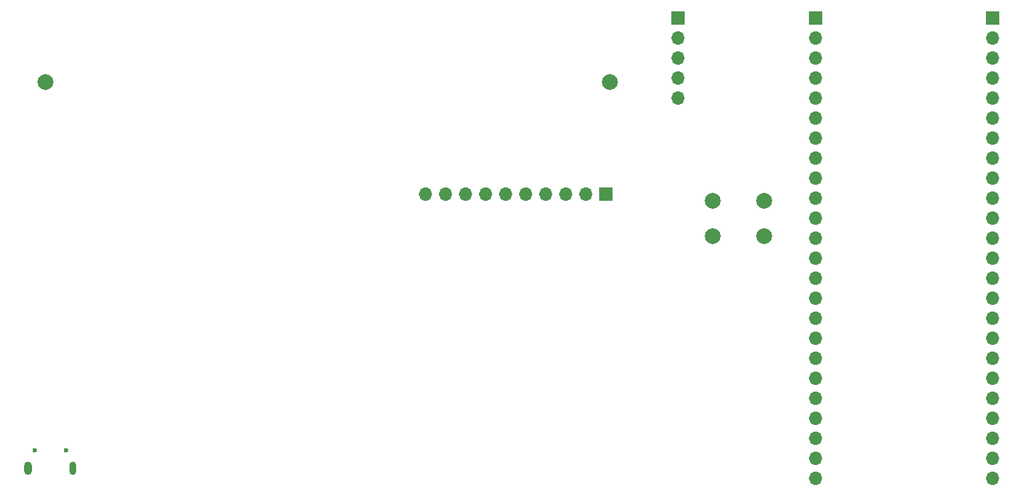
<source format=gbs>
%TF.GenerationSoftware,KiCad,Pcbnew,(7.0.0)*%
%TF.CreationDate,2023-04-04T02:03:31+02:00*%
%TF.ProjectId,main_v0.6,6d61696e-5f76-4302-9e36-2e6b69636164,rev?*%
%TF.SameCoordinates,Original*%
%TF.FileFunction,Soldermask,Bot*%
%TF.FilePolarity,Negative*%
%FSLAX46Y46*%
G04 Gerber Fmt 4.6, Leading zero omitted, Abs format (unit mm)*
G04 Created by KiCad (PCBNEW (7.0.0)) date 2023-04-04 02:03:31*
%MOMM*%
%LPD*%
G01*
G04 APERTURE LIST*
%ADD10R,1.700000X1.700000*%
%ADD11O,1.700000X1.700000*%
%ADD12C,2.000000*%
%ADD13C,0.600000*%
%ADD14O,1.000000X1.700000*%
%ADD15O,0.850000X1.700000*%
G04 APERTURE END LIST*
D10*
%TO.C,J1*%
X173149999Y-40639999D03*
D11*
X173149999Y-43179999D03*
X173149999Y-45719999D03*
X173149999Y-48259999D03*
X173149999Y-50799999D03*
X173149999Y-53339999D03*
X173149999Y-55879999D03*
X173149999Y-58419999D03*
X173149999Y-60959999D03*
X173149999Y-63499999D03*
X173149999Y-66039999D03*
X173149999Y-68579999D03*
X173149999Y-71119999D03*
X173149999Y-73659999D03*
X173149999Y-76199999D03*
X173149999Y-78739999D03*
X173149999Y-81279999D03*
X173149999Y-83819999D03*
X173149999Y-86359999D03*
X173149999Y-88899999D03*
X173149999Y-91439999D03*
X173149999Y-93979999D03*
X173149999Y-96519999D03*
X173149999Y-99059999D03*
%TD*%
D10*
%TO.C,J4*%
X155701999Y-40639999D03*
D11*
X155701999Y-43179999D03*
X155701999Y-45719999D03*
X155701999Y-48259999D03*
X155701999Y-50799999D03*
%TD*%
D10*
%TO.C,J3*%
X146557999Y-62991999D03*
D11*
X144017999Y-62991999D03*
X141477999Y-62991999D03*
X138937999Y-62991999D03*
X136397999Y-62991999D03*
X133857999Y-62991999D03*
X131317999Y-62991999D03*
X128777999Y-62991999D03*
X126237999Y-62991999D03*
X123697999Y-62991999D03*
%TD*%
D10*
%TO.C,J2*%
X195579999Y-40639999D03*
D11*
X195579999Y-43179999D03*
X195579999Y-45719999D03*
X195579999Y-48259999D03*
X195579999Y-50799999D03*
X195579999Y-53339999D03*
X195579999Y-55879999D03*
X195579999Y-58419999D03*
X195579999Y-60959999D03*
X195579999Y-63499999D03*
X195579999Y-66039999D03*
X195579999Y-68579999D03*
X195579999Y-71119999D03*
X195579999Y-73659999D03*
X195579999Y-76199999D03*
X195579999Y-78739999D03*
X195579999Y-81279999D03*
X195579999Y-83819999D03*
X195579999Y-86359999D03*
X195579999Y-88899999D03*
X195579999Y-91439999D03*
X195579999Y-93979999D03*
X195579999Y-96519999D03*
X195579999Y-99059999D03*
%TD*%
D12*
%TO.C,SW1*%
X160072000Y-63790000D03*
X166572000Y-63790000D03*
X160072000Y-68290000D03*
X166572000Y-68290000D03*
%TD*%
%TO.C,BT1*%
X147066000Y-48768000D03*
X75466000Y-48768000D03*
%TD*%
D13*
%TO.C,J5*%
X74148000Y-95450000D03*
X78148000Y-95450000D03*
D14*
X73322999Y-97799999D03*
D15*
X78972999Y-97799999D03*
%TD*%
M02*

</source>
